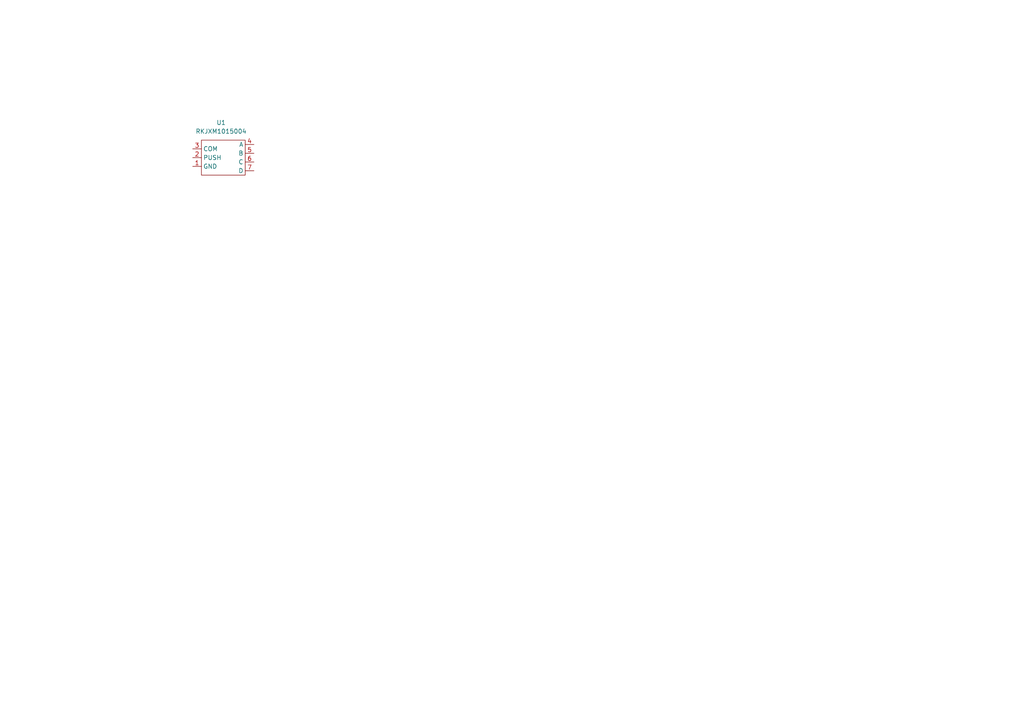
<source format=kicad_sch>
(kicad_sch (version 20230121) (generator eeschema)
  (paper "A4")
  (lib_symbols
    (symbol "Alps:RKJXM1015004"
      (property "Reference" "U1" (at -0.635 17.78 0))
      (property "Value" "RKJXM1015004" (at -0.635 15.24 0))
      (symbol "RKJXM1015004_0_1"
        (rectangle (start -6.35 12.7) (end 6.35 2.54))
      )
      (symbol "RKJXM1015004_1_1"
        (pin power_out line (at -8.89 5.08 0) (length 2.54) (name "GND") (number "1"))
        (pin power_in line (at -8.89 7.62 0) (length 2.54) (name "PUSH") (number "2"))
        (pin output line (at -8.89 10.16 0) (length 2.54) (name "COM") (number "3"))
        (pin output line (at 8.89 11.43 180) (length 2.54) (name "A") (number "4"))
        (pin output line (at 8.89 8.89 180) (length 2.54) (name "B") (number "5"))
        (pin output line (at 8.89 6.35 180) (length 2.54) (name "C") (number "6"))
        (pin output line (at 8.89 3.81 180) (length 2.54) (name "D") (number "7"))
      )
    )
  )
  (symbol (lib_id "Alps:RKJXM1015004") (at 64.77 53.34 0) (unit 1)
    (property "Reference" "U1" (at 64.135 35.56 0))
    (property "Value" "RKJXM1015004" (at 64.135 38.1 0))
    (property "Footprint" "Alps:RKJXM1015004" (effects hide))
  )
)
</source>
